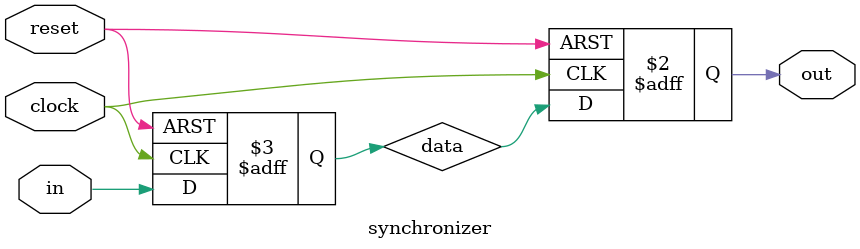
<source format=sv>
module synchronizer #(
  parameter WIDTH = 1
) (
  input logic clock,
  input logic reset,
  input logic [WIDTH-1:0] in,
  output logic [WIDTH-1:0] out);

  logic [WIDTH-1:0] data;

  always_ff @ (posedge clock or posedge reset) begin
    if (reset) begin
        out <= 0;
        data <= 0;
    end else begin
        {out, data} <= {data, in};
    end
  end
endmodule

</source>
